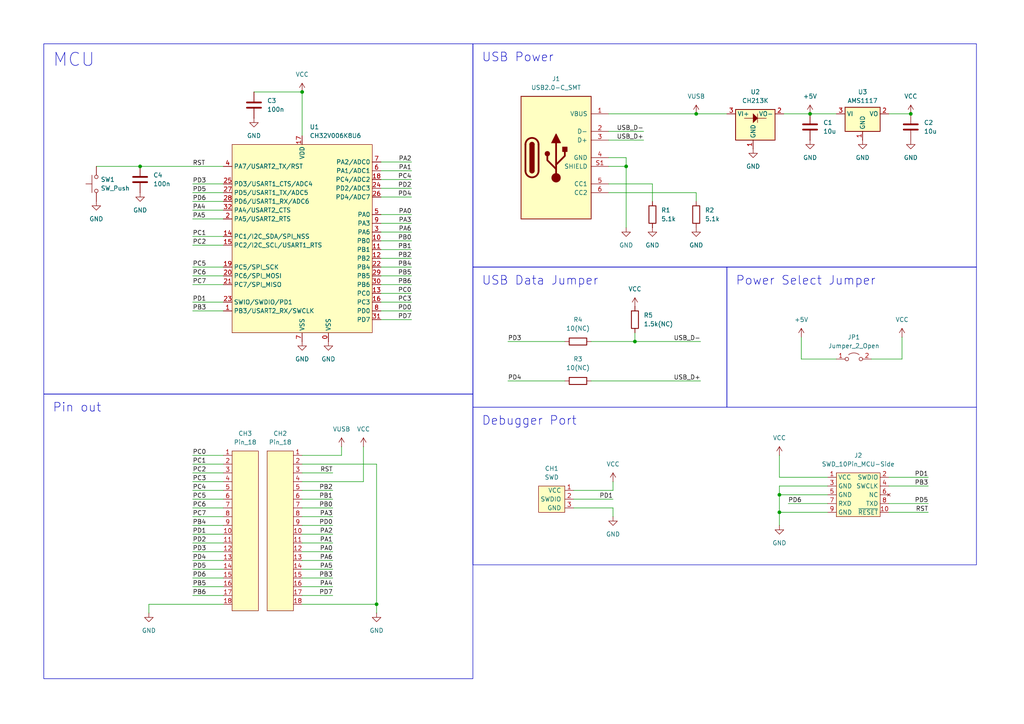
<source format=kicad_sch>
(kicad_sch (version 20231120) (generator "eeschema") (generator_version "8.0")
  (paper "A4")
  (title_block (title "ch32v006-full") (rev "1.0.0"))
  (lib_symbols
    (symbol "74th_Interface:Jumper_2" (pin_names (offset 0) hide)
      (property "Reference" "JP" (at 0 2.794 0))
      (property "Value" "Jumper_2_Open" (at 0 -2.286 0))
      (symbol "Jumper_2_0_0"
        (circle (center -2.032 0) (radius 0.508))
        (circle (center 2.032 0) (radius 0.508))
      )
      (symbol "Jumper_2_0_1"
        (arc (start 1.524 1.27) (mid 0 1.778) (end -1.524 1.27))
      )
      (symbol "Jumper_2_1_1"
        (pin passive line (at -5.08 0 0) (length 2.54) (name "A") (number "1"))
        (pin passive line (at 5.08 0 180) (length 2.54) (name "B") (number "2"))
      )
    )
    (symbol "74th_Interface:Pin_18"
      (property "Reference" "CH" (at 0 2.54 0))
      (property "Value" "Pin_18" (at 0 5.08 0))
      (symbol "Pin_18_0_1"
        (rectangle (start -3.81 1.27) (end 3.81 -45.085) (stroke (width 0.1524)) (fill (type background)))
      )
      (symbol "Pin_18_1_1"
        (pin bidirectional line (at 6.35 0 180) (length 2.54) (name "") (number "1"))
        (pin bidirectional line (at 6.35 -22.86 180) (length 2.54) (name "") (number "10"))
        (pin bidirectional line (at 6.35 -25.4 180) (length 2.54) (name "") (number "11"))
        (pin bidirectional line (at 6.35 -27.94 180) (length 2.54) (name "") (number "12"))
        (pin bidirectional line (at 6.35 -30.48 180) (length 2.54) (name "") (number "13"))
        (pin bidirectional line (at 6.35 -33.02 180) (length 2.54) (name "") (number "14"))
        (pin bidirectional line (at 6.35 -35.56 180) (length 2.54) (name "") (number "15"))
        (pin bidirectional line (at 6.35 -38.1 180) (length 2.54) (name "") (number "16"))
        (pin bidirectional line (at 6.35 -40.64 180) (length 2.54) (name "") (number "17"))
        (pin bidirectional line (at 6.35 -43.18 180) (length 2.54) (name "") (number "18"))
        (pin bidirectional line (at 6.35 -2.54 180) (length 2.54) (name "") (number "2"))
        (pin bidirectional line (at 6.35 -5.08 180) (length 2.54) (name "") (number "3"))
        (pin bidirectional line (at 6.35 -7.62 180) (length 2.54) (name "") (number "4"))
        (pin bidirectional line (at 6.35 -10.16 180) (length 2.54) (name "") (number "5"))
        (pin bidirectional line (at 6.35 -12.7 180) (length 2.54) (name "") (number "6"))
        (pin bidirectional line (at 6.35 -15.24 180) (length 2.54) (name "") (number "7"))
        (pin bidirectional line (at 6.35 -17.78 180) (length 2.54) (name "") (number "8"))
        (pin bidirectional line (at 6.35 -20.32 180) (length 2.54) (name "") (number "9"))
      )
    )
    (symbol "74th_Interface:SWD_10Pin_MCU-Side"
      (property "Reference" "J" (at 0 7.62 0))
      (property "Value" "SWD_10Pin_MCU-Side" (at 0 5.08 0))
      (symbol "SWD_10Pin_MCU-Side_0_1"
        (rectangle (start -6.35 3.81) (end 6.35 -8.89) (fill (type background)))
      )
      (symbol "SWD_10Pin_MCU-Side_1_1"
        (pin passive line (at -8.89 2.54 0) (length 2.54) (name "VCC") (number "1"))
        (pin bidirectional line (at 8.89 -7.62 180) (length 2.54) (name "~{RESET}") (number "10"))
        (pin bidirectional line (at 8.89 2.54 180) (length 2.54) (name "SWDIO") (number "2"))
        (pin passive line (at -8.89 0 0) (length 2.54) (name "GND") (number "3"))
        (pin input line (at 8.89 0 180) (length 2.54) (name "SWCLK") (number "4"))
        (pin passive line (at -8.89 -2.54 0) (length 2.54) (name "GND") (number "5"))
        (pin no_connect line (at 8.89 -2.54 180) (length 2.54) (name "NC") (number "6"))
        (pin input line (at -8.89 -5.08 0) (length 2.54) (name "RXD") (number "7"))
        (pin output line (at 8.89 -5.08 180) (length 2.54) (name "TXD") (number "8"))
        (pin passive line (at -8.89 -7.62 0) (length 2.54) (name "GND") (number "9"))
      )
    )
    (symbol "74th_Interface:SWD_WCH-1Wire_WITH-VCC" (pin_names (offset 1.016))
      (property "Reference" "CH" (at -3.81 5.08 0))
      (property "Value" "SWD" (at 3.81 5.08 0))
      (symbol "SWD_WCH-1Wire_WITH-VCC_0_1"
        (rectangle (start -3.81 3.81) (end 3.81 -3.81) (fill (type background)))
      )
      (symbol "SWD_WCH-1Wire_WITH-VCC_1_1"
        (pin power_in line (at 6.35 2.54 180) (length 2.54) (name "VCC") (number "1"))
        (pin bidirectional line (at 6.35 0 180) (length 2.54) (name "SWDIO") (number "2"))
        (pin power_in line (at 6.35 -2.54 180) (length 2.54) (name "GND") (number "3"))
      )
    )
    (symbol "74th_Interface:USB_TypeC-2.0_Receptacle_Simple" (pin_names (offset 1.016))
      (property "Reference" "J" (at -10.16 19.05 0))
      (property "Value" "USB2.0-C_SMT" (at 15.24 19.05 0))
      (symbol "USB_TypeC-2.0_Receptacle_Simple_0_1"
        (rectangle (start -10.16 17.78) (end 10.16 -17.78) (stroke (width 0.254)) (fill (type background)))
        (arc (start -8.89 -3.81) (mid -6.985 -5.7067) (end -5.08 -3.81) (stroke (width 0.508)))
        (arc (start -7.62 -3.81) (mid -6.985 -4.4423) (end -6.35 -3.81) (stroke (width 0.254)))
        (arc (start -7.62 -3.81) (mid -6.985 -4.4423) (end -6.35 -3.81) (stroke (width 0.254)) (fill (type outline)))
        (rectangle (start -7.62 -3.81) (end -6.35 3.81) (stroke (width 0.254)) (fill (type outline)))
        (arc (start -6.35 3.81) (mid -6.985 4.4423) (end -7.62 3.81) (stroke (width 0.254)))
        (arc (start -6.35 3.81) (mid -6.985 4.4423) (end -7.62 3.81) (stroke (width 0.254)) (fill (type outline)))
        (arc (start -5.08 3.81) (mid -6.985 5.7067) (end -8.89 3.81) (stroke (width 0.508)))
        (circle (center -2.54 1.143) (radius 0.635) (stroke (width 0.254)) (fill (type outline)))
        (circle (center 0 -5.842) (radius 1.27) (fill (type outline)))
        (polyline (pts (xy -8.89 -3.81) (xy -8.89 3.81)) (stroke (width 0.508)))
        (polyline (pts (xy -5.08 3.81) (xy -5.08 -3.81)) (stroke (width 0.508)))
        (polyline (pts (xy 0 -5.842) (xy 0 4.318)) (stroke (width 0.508)))
        (polyline (pts (xy 0 -3.302) (xy -2.54 -0.762) (xy -2.54 0.508)) (stroke (width 0.508)))
        (polyline (pts (xy 0 -2.032) (xy 2.54 0.508) (xy 2.54 1.778)) (stroke (width 0.508)))
        (polyline (pts (xy -1.27 4.318) (xy 0 6.858) (xy 1.27 4.318) (xy -1.27 4.318)) (stroke (width 0.254)) (fill (type outline)))
        (rectangle (start 1.905 1.778) (end 3.175 3.048) (stroke (width 0.254)) (fill (type outline)))
      )
      (symbol "USB_TypeC-2.0_Receptacle_Simple_1_1"
        (pin power_out line (at 15.24 12.7 180) (length 5.08) (name "VBUS") (number "1"))
        (pin bidirectional line (at 15.24 7.62 180) (length 5.08) (name "D-") (number "2"))
        (pin bidirectional line (at 15.24 5.08 180) (length 5.08) (name "D+") (number "3"))
        (pin power_out line (at 15.24 0 180) (length 5.08) (name "GND") (number "4"))
        (pin input line (at 15.24 -7.62 180) (length 5.08) (name "CC1") (number "5"))
        (pin input line (at 15.24 -10.16 180) (length 5.08) (name "CC2") (number "6"))
        (pin passive line (at 15.24 -2.54 180) (length 5.08) (name "SHIELD") (number "S1"))
      )
    )
    (symbol "74th_MCU:CH32V006K8U6"
      (property "Reference" "U" (at -11.43 25.4 0))
      (property "Value" "CH32V006K8U6" (at 12.7 25.4 0))
      (symbol "CH32V006K8U6_0_1"
        (rectangle (start -20.32 24.13) (end 20.32 -30.48) (stroke (width 0.1524)) (fill (type background)))
      )
      (symbol "CH32V006K8U6_1_1"
        (pin power_in line (at 7.62 -33.02 90) (length 2.54) (name "VSS") (number "0"))
        (pin bidirectional line (at -22.86 -24.13 0) (length 2.54) (name "PB3/USART2_RX/SWCLK") (number "1"))
        (pin bidirectional line (at 22.86 -3.81 180) (length 2.54) (name "PB0") (number "10"))
        (pin bidirectional line (at 22.86 -6.35 180) (length 2.54) (name "PB1") (number "11"))
        (pin bidirectional line (at 22.86 -8.89 180) (length 2.54) (name "PB2") (number "12"))
        (pin bidirectional line (at 22.86 -19.05 180) (length 2.54) (name "PC0") (number "13"))
        (pin bidirectional line (at -22.86 -2.54 0) (length 2.54) (name "PC1/I2C_SDA/SPI_NSS") (number "14"))
        (pin bidirectional line (at -22.86 -5.08 0) (length 2.54) (name "PC2/I2C_SCL/USART1_RTS") (number "15"))
        (pin bidirectional line (at 22.86 -21.59 180) (length 2.54) (name "PC3") (number "16"))
        (pin power_in line (at 0 26.67 270) (length 2.54) (name "VDD") (number "17"))
        (pin bidirectional line (at 22.86 13.97 180) (length 2.54) (name "PC4/ADC2") (number "18"))
        (pin bidirectional line (at -22.86 -11.43 0) (length 2.54) (name "PC5/SPI_SCK") (number "19"))
        (pin bidirectional line (at -22.86 2.54 0) (length 2.54) (name "PA5/USART2_RTS") (number "2"))
        (pin bidirectional line (at -22.86 -13.97 0) (length 2.54) (name "PC6/SPI_MOSI") (number "20"))
        (pin bidirectional line (at -22.86 -16.51 0) (length 2.54) (name "PC7/SPI_MISO") (number "21"))
        (pin bidirectional line (at 22.86 -11.43 180) (length 2.54) (name "PB4") (number "22"))
        (pin bidirectional line (at -22.86 -21.59 0) (length 2.54) (name "SWIO/SWDIO/PD1") (number "23"))
        (pin bidirectional line (at 22.86 11.43 180) (length 2.54) (name "PD2/ADC3") (number "24"))
        (pin bidirectional line (at -22.86 12.7 0) (length 2.54) (name "PD3/USART1_CTS/ADC4") (number "25"))
        (pin bidirectional line (at 22.86 8.89 180) (length 2.54) (name "PD4/ADC7") (number "26"))
        (pin bidirectional line (at -22.86 10.16 0) (length 2.54) (name "PD5/USART1_TX/ADC5") (number "27"))
        (pin bidirectional line (at -22.86 7.62 0) (length 2.54) (name "PD6/USART1_RX/ADC6") (number "28"))
        (pin bidirectional line (at 22.86 -13.97 180) (length 2.54) (name "PB5") (number "29"))
        (pin bidirectional line (at 22.86 -1.27 180) (length 2.54) (name "PA6") (number "3"))
        (pin bidirectional line (at 22.86 -16.51 180) (length 2.54) (name "PB6") (number "30"))
        (pin bidirectional line (at 22.86 -26.67 180) (length 2.54) (name "PD7") (number "31"))
        (pin bidirectional line (at -22.86 5.08 0) (length 2.54) (name "PA4/USART2_CTS") (number "32"))
        (pin bidirectional line (at -22.86 17.78 0) (length 2.54) (name "PA7/USART2_TX/RST") (number "4"))
        (pin bidirectional line (at 22.86 3.81 180) (length 2.54) (name "PA0") (number "5"))
        (pin bidirectional line (at 22.86 16.51 180) (length 2.54) (name "PA1/ADC1") (number "6"))
        (pin bidirectional line (at 22.86 19.05 180) (length 2.54) (name "PA2/ADC0") (number "7"))
        (pin power_in line (at 0 -33.02 90) (length 2.54) (name "VSS") (number "7"))
        (pin bidirectional line (at 22.86 -24.13 180) (length 2.54) (name "PD0") (number "8"))
        (pin bidirectional line (at 22.86 1.27 180) (length 2.54) (name "PA3") (number "9"))
      )
    )
    (symbol "74th_Passive:AMS1117-3.3_Regulator_SOT89"
      (property "Reference" "U" (at -3.81 3.175 0))
      (property "Value" "AMS1117" (at 0 3.175 0))
      (symbol "AMS1117-3.3_Regulator_SOT89_0_1"
        (rectangle (start -5.08 1.905) (end 5.08 -5.08) (stroke (width 0.254)) (fill (type background)))
      )
      (symbol "AMS1117-3.3_Regulator_SOT89_1_1"
        (pin power_in line (at 0 -7.62 90) (length 2.54) (name "GND") (number "1"))
        (pin power_out line (at 7.62 0 180) (length 2.54) (name "VO") (number "2"))
        (pin power_in line (at -7.62 0 0) (length 2.54) (name "VI") (number "3"))
      )
    )
    (symbol "74th_Passive:CH213K_Ideal-Diode-for-USB-Power"
      (property "Reference" "U" (at -3.81 6.35 0))
      (property "Value" "CH213K" (at 2.54 6.35 0))
      (symbol "CH213K_Ideal-Diode-for-USB-Power_0_1"
        (polyline (pts (xy -2.54 2.54) (xy 3.81 2.54)))
        (polyline (pts (xy 1.27 3.81) (xy 1.27 1.27)))
      )
      (symbol "CH213K_Ideal-Diode-for-USB-Power_1_1"
        (rectangle (start -5.08 5.08) (end 6.35 -3.81) (stroke (width 0.254)) (fill (type background)))
        (polyline (pts (xy 0 3.81) (xy 0 1.27) (xy 1.27 2.54) (xy 0 3.81)) (fill (type outline)))
        (pin power_in line (at 0 -6.35 90) (length 2.54) (name "GND") (number "1"))
        (pin power_out line (at 8.89 3.81 180) (length 2.54) (name "VO-") (number "2"))
        (pin power_in line (at -7.62 3.81 0) (length 2.54) (name "VI+") (number "3"))
      )
    )
    (symbol "74th_Power:VUSB" (power) (pin_numbers hide) (pin_names (offset 0) hide)
      (property "Value" "VUSB" (at 0 3.556 0))
      (symbol "VUSB_0_1"
        (polyline (pts (xy -0.762 1.27) (xy 0 2.54)))
        (polyline (pts (xy 0 0) (xy 0 2.54)))
        (polyline (pts (xy 0 2.54) (xy 0.762 1.27)))
      )
      (symbol "VUSB_1_1"
        (pin power_in line (at 0 0 90) (length 0) (name "~") (number "1"))
      )
    )
    (symbol "Device:C" (pin_numbers hide) (pin_names (offset 0.254))
      (property "Reference" "C" (at 0.635 2.54 0))
      (property "Value" "C" (at 0.635 -2.54 0))
      (symbol "C_0_1"
        (polyline (pts (xy -2.032 -0.762) (xy 2.032 -0.762)) (stroke (width 0.508)))
        (polyline (pts (xy -2.032 0.762) (xy 2.032 0.762)) (stroke (width 0.508)))
      )
      (symbol "C_1_1"
        (pin passive line (at 0 3.81 270) (length 2.794) (name "~") (number "1"))
        (pin passive line (at 0 -3.81 90) (length 2.794) (name "~") (number "2"))
      )
    )
    (symbol "Device:R" (pin_numbers hide) (pin_names (offset 0))
      (property "Reference" "R" (at 2.032 0 90))
      (property "Value" "R" (at 0 0 90))
      (symbol "R_0_1"
        (rectangle (start -1.016 -2.54) (end 1.016 2.54) (stroke (width 0.254)))
      )
      (symbol "R_1_1"
        (pin passive line (at 0 3.81 270) (length 1.27) (name "~") (number "1"))
        (pin passive line (at 0 -3.81 90) (length 1.27) (name "~") (number "2"))
      )
    )
    (symbol "Switch:SW_Push" (pin_numbers hide) (pin_names (offset 1.016) hide)
      (property "Reference" "SW" (at 1.27 2.54 0))
      (property "Value" "SW_Push" (at 0 -1.524 0))
      (symbol "SW_Push_0_1"
        (circle (center -2.032 0) (radius 0.508))
        (polyline (pts (xy 0 1.27) (xy 0 3.048)))
        (polyline (pts (xy 2.54 1.27) (xy -2.54 1.27)))
        (circle (center 2.032 0) (radius 0.508))
        (pin passive line (at -5.08 0 0) (length 2.54) (name "1") (number "1"))
        (pin passive line (at 5.08 0 180) (length 2.54) (name "2") (number "2"))
      )
    )
    (symbol "power:+5V" (power) (pin_numbers hide) (pin_names (offset 0) hide)
      (property "Value" "+5V" (at 0 3.556 0))
      (symbol "+5V_0_1"
        (polyline (pts (xy -0.762 1.27) (xy 0 2.54)))
        (polyline (pts (xy 0 0) (xy 0 2.54)))
        (polyline (pts (xy 0 2.54) (xy 0.762 1.27)))
      )
      (symbol "+5V_1_1"
        (pin power_in line (at 0 0 90) (length 0) (name "~") (number "1"))
      )
    )
    (symbol "power:GND" (power) (pin_numbers hide) (pin_names (offset 0) hide)
      (property "Value" "GND" (at 0 -3.81 0))
      (symbol "GND_0_1"
        (polyline (pts (xy 0 0) (xy 0 -1.27) (xy 1.27 -1.27) (xy 0 -2.54) (xy -1.27 -1.27) (xy 0 -1.27)))
      )
      (symbol "GND_1_1"
        (pin power_in line (at 0 0 270) (length 0) (name "~") (number "1"))
      )
    )
    (symbol "power:VCC" (power) (pin_numbers hide) (pin_names (offset 0) hide)
      (property "Value" "VCC" (at 0 3.556 0))
      (symbol "VCC_0_1"
        (polyline (pts (xy -0.762 1.27) (xy 0 2.54)))
        (polyline (pts (xy 0 0) (xy 0 2.54)))
        (polyline (pts (xy 0 2.54) (xy 0.762 1.27)))
      )
      (symbol "VCC_1_1"
        (pin power_in line (at 0 0 90) (length 0) (name "~") (number "1"))
      )
    )
  )
  (junction (at 226.06 143.51))
  (junction (at 234.95 33.02))
  (junction (at 184.15 99.06))
  (junction (at 264.16 33.02))
  (junction (at 109.22 175.26))
  (junction (at 40.64 48.26))
  (junction (at 181.61 48.26))
  (junction (at 87.63 26.67))
  (junction (at 226.06 148.59))
  (junction (at 201.93 33.02))
  (wire (pts (xy 201.93 33.02) (xy 210.82 33.02)))
  (wire (pts (xy 87.63 162.56) (xy 96.52 162.56)))
  (wire (pts (xy 110.49 87.63) (xy 119.38 87.63)))
  (wire (pts (xy 110.49 46.99) (xy 119.38 46.99)))
  (wire (pts (xy 257.81 140.97) (xy 269.24 140.97)))
  (wire (pts (xy 55.88 63.5) (xy 64.77 63.5)))
  (wire (pts (xy 240.03 138.43) (xy 226.06 138.43)))
  (wire (pts (xy 55.88 53.34) (xy 64.77 53.34)))
  (wire (pts (xy 257.81 138.43) (xy 269.24 138.43)))
  (wire (pts (xy 87.63 144.78) (xy 96.52 144.78)))
  (wire (pts (xy 226.06 148.59) (xy 240.03 148.59)))
  (wire (pts (xy 55.88 77.47) (xy 64.77 77.47)))
  (wire (pts (xy 110.49 77.47) (xy 119.38 77.47)))
  (wire (pts (xy 55.88 90.17) (xy 64.77 90.17)))
  (wire (pts (xy 226.06 143.51) (xy 240.03 143.51)))
  (wire (pts (xy 171.45 110.49) (xy 203.2 110.49)))
  (wire (pts (xy 109.22 177.8) (xy 109.22 175.26)))
  (wire (pts (xy 55.88 139.7) (xy 64.77 139.7)))
  (wire (pts (xy 73.66 26.67) (xy 87.63 26.67)))
  (wire (pts (xy 226.06 138.43) (xy 226.06 132.08)))
  (wire (pts (xy 55.88 80.01) (xy 64.77 80.01)))
  (wire (pts (xy 177.8 149.86) (xy 177.8 147.32)))
  (wire (pts (xy 87.63 147.32) (xy 96.52 147.32)))
  (wire (pts (xy 55.88 167.64) (xy 64.77 167.64)))
  (wire (pts (xy 184.15 96.52) (xy 184.15 99.06)))
  (wire (pts (xy 166.37 144.78) (xy 177.8 144.78)))
  (wire (pts (xy 87.63 157.48) (xy 96.52 157.48)))
  (wire (pts (xy 55.88 71.12) (xy 64.77 71.12)))
  (wire (pts (xy 55.88 68.58) (xy 64.77 68.58)))
  (wire (pts (xy 99.06 129.54) (xy 99.06 132.08)))
  (wire (pts (xy 242.57 104.14) (xy 232.41 104.14)))
  (wire (pts (xy 257.81 146.05) (xy 269.24 146.05)))
  (wire (pts (xy 227.33 33.02) (xy 234.95 33.02)))
  (wire (pts (xy 55.88 60.96) (xy 64.77 60.96)))
  (wire (pts (xy 55.88 87.63) (xy 64.77 87.63)))
  (wire (pts (xy 110.49 69.85) (xy 119.38 69.85)))
  (wire (pts (xy 176.53 48.26) (xy 181.61 48.26)))
  (wire (pts (xy 110.49 80.01) (xy 119.38 80.01)))
  (wire (pts (xy 55.88 160.02) (xy 64.77 160.02)))
  (wire (pts (xy 110.49 82.55) (xy 119.38 82.55)))
  (wire (pts (xy 87.63 132.08) (xy 99.06 132.08)))
  (wire (pts (xy 176.53 33.02) (xy 201.93 33.02)))
  (wire (pts (xy 55.88 142.24) (xy 64.77 142.24)))
  (wire (pts (xy 55.88 144.78) (xy 64.77 144.78)))
  (wire (pts (xy 87.63 152.4) (xy 96.52 152.4)))
  (wire (pts (xy 110.49 49.53) (xy 119.38 49.53)))
  (wire (pts (xy 55.88 132.08) (xy 64.77 132.08)))
  (wire (pts (xy 110.49 85.09) (xy 119.38 85.09)))
  (wire (pts (xy 87.63 142.24) (xy 96.52 142.24)))
  (wire (pts (xy 257.81 33.02) (xy 264.16 33.02)))
  (wire (pts (xy 226.06 143.51) (xy 226.06 148.59)))
  (wire (pts (xy 55.88 172.72) (xy 64.77 172.72)))
  (wire (pts (xy 87.63 134.62) (xy 109.22 134.62)))
  (wire (pts (xy 87.63 149.86) (xy 96.52 149.86)))
  (wire (pts (xy 55.88 147.32) (xy 64.77 147.32)))
  (wire (pts (xy 184.15 99.06) (xy 203.2 99.06)))
  (wire (pts (xy 87.63 154.94) (xy 96.52 154.94)))
  (wire (pts (xy 176.53 38.1) (xy 186.69 38.1)))
  (wire (pts (xy 55.88 154.94) (xy 64.77 154.94)))
  (wire (pts (xy 40.64 48.26) (xy 64.77 48.26)))
  (wire (pts (xy 55.88 55.88) (xy 64.77 55.88)))
  (wire (pts (xy 110.49 62.23) (xy 119.38 62.23)))
  (wire (pts (xy 226.06 140.97) (xy 226.06 143.51)))
  (wire (pts (xy 87.63 172.72) (xy 96.52 172.72)))
  (wire (pts (xy 43.18 175.26) (xy 43.18 177.8)))
  (wire (pts (xy 55.88 162.56) (xy 64.77 162.56)))
  (wire (pts (xy 110.49 74.93) (xy 119.38 74.93)))
  (wire (pts (xy 181.61 48.26) (xy 181.61 66.04)))
  (wire (pts (xy 181.61 45.72) (xy 176.53 45.72)))
  (wire (pts (xy 147.32 99.06) (xy 163.83 99.06)))
  (wire (pts (xy 147.32 110.49) (xy 163.83 110.49)))
  (wire (pts (xy 55.88 165.1) (xy 64.77 165.1)))
  (wire (pts (xy 166.37 142.24) (xy 177.8 142.24)))
  (wire (pts (xy 87.63 167.64) (xy 96.52 167.64)))
  (wire (pts (xy 110.49 72.39) (xy 119.38 72.39)))
  (wire (pts (xy 105.41 129.54) (xy 105.41 139.7)))
  (wire (pts (xy 181.61 45.72) (xy 181.61 48.26)))
  (wire (pts (xy 189.23 53.34) (xy 189.23 58.42)))
  (wire (pts (xy 27.94 48.26) (xy 40.64 48.26)))
  (wire (pts (xy 55.88 82.55) (xy 64.77 82.55)))
  (wire (pts (xy 55.88 170.18) (xy 64.77 170.18)))
  (wire (pts (xy 201.93 55.88) (xy 201.93 58.42)))
  (wire (pts (xy 257.81 148.59) (xy 269.24 148.59)))
  (wire (pts (xy 87.63 165.1) (xy 96.52 165.1)))
  (wire (pts (xy 55.88 152.4) (xy 64.77 152.4)))
  (wire (pts (xy 110.49 90.17) (xy 119.38 90.17)))
  (wire (pts (xy 261.62 97.79) (xy 261.62 104.14)))
  (wire (pts (xy 87.63 160.02) (xy 96.52 160.02)))
  (wire (pts (xy 110.49 54.61) (xy 119.38 54.61)))
  (wire (pts (xy 261.62 104.14) (xy 252.73 104.14)))
  (wire (pts (xy 87.63 137.16) (xy 96.52 137.16)))
  (wire (pts (xy 55.88 58.42) (xy 64.77 58.42)))
  (wire (pts (xy 176.53 55.88) (xy 201.93 55.88)))
  (wire (pts (xy 109.22 175.26) (xy 109.22 134.62)))
  (wire (pts (xy 110.49 52.07) (xy 119.38 52.07)))
  (wire (pts (xy 234.95 33.02) (xy 242.57 33.02)))
  (wire (pts (xy 55.88 134.62) (xy 64.77 134.62)))
  (wire (pts (xy 176.53 53.34) (xy 189.23 53.34)))
  (wire (pts (xy 226.06 148.59) (xy 226.06 152.4)))
  (wire (pts (xy 87.63 139.7) (xy 105.41 139.7)))
  (wire (pts (xy 43.18 175.26) (xy 64.77 175.26)))
  (wire (pts (xy 110.49 67.31) (xy 119.38 67.31)))
  (wire (pts (xy 87.63 175.26) (xy 109.22 175.26)))
  (wire (pts (xy 228.6 146.05) (xy 240.03 146.05)))
  (wire (pts (xy 110.49 92.71) (xy 119.38 92.71)))
  (wire (pts (xy 177.8 147.32) (xy 166.37 147.32)))
  (wire (pts (xy 110.49 64.77) (xy 119.38 64.77)))
  (wire (pts (xy 87.63 170.18) (xy 96.52 170.18)))
  (wire (pts (xy 232.41 104.14) (xy 232.41 97.79)))
  (wire (pts (xy 176.53 40.64) (xy 186.69 40.64)))
  (wire (pts (xy 110.49 57.15) (xy 119.38 57.15)))
  (wire (pts (xy 184.15 99.06) (xy 171.45 99.06)))
  (wire (pts (xy 87.63 26.67) (xy 87.63 39.37)))
  (wire (pts (xy 240.03 140.97) (xy 226.06 140.97)))
  (wire (pts (xy 177.8 142.24) (xy 177.8 139.7)))
  (wire (pts (xy 55.88 149.86) (xy 64.77 149.86)))
  (wire (pts (xy 55.88 157.48) (xy 64.77 157.48)))
  (wire (pts (xy 55.88 137.16) (xy 64.77 137.16)))
  (rectangle (start 137.16 12.7) (end 283.21 77.47))
  (rectangle (start 137.16 118.11) (end 283.21 163.83))
  (rectangle (start 210.82 77.47) (end 283.21 118.11))
  (rectangle (start 137.16 77.47) (end 210.82 118.11))
  (rectangle (start 12.7 12.7) (end 137.16 114.3))
  (rectangle (start 12.7 114.3) (end 137.16 196.85))
  (text "USB Data Jumper" (at 139.7 80.01 0) (effects (font (size 2.54 2.54)) (justify left top)))
  (text "Power Select Jumper" (at 213.36 80.01 0) (effects (font (size 2.54 2.54)) (justify left top)))
  (text "Debugger Port" (at 139.7 120.65 0) (effects (font (size 2.54 2.54)) (justify left top)))
  (text "MCU" (at 15.24 15.24 0) (effects (font (size 3.81 3.81)) (justify left top)))
  (text "USB Power" (at 139.7 15.24 0) (effects (font (size 2.54 2.54)) (justify left top)))
  (text "Pin out" (at 15.24 116.84 0) (effects (font (size 2.54 2.54)) (justify left top)))
  (label "PA1" (at 119.38 49.53 180))
  (label "PC2" (at 55.88 71.12 0))
  (label "PA5" (at 55.88 63.5 0))
  (label "PB3" (at 55.88 90.17 0))
  (label "PD5" (at 55.88 165.1 0))
  (label "PA4" (at 96.52 170.18 180))
  (label "USB_D-" (at 186.69 38.1 180))
  (label "PD5" (at 55.88 55.88 0))
  (label "PD1" (at 177.8 144.78 180))
  (label "PB6" (at 119.38 82.55 180))
  (label "PC1" (at 55.88 134.62 0))
  (label "RST" (at 55.88 48.26 0))
  (label "PD4" (at 119.38 57.15 180))
  (label "PD0" (at 119.38 90.17 180))
  (label "PC5" (at 55.88 77.47 0))
  (label "PB3" (at 96.52 167.64 180))
  (label "PA0" (at 96.52 160.02 180))
  (label "PB2" (at 96.52 142.24 180))
  (label "PB1" (at 119.38 72.39 180))
  (label "PC0" (at 119.38 85.09 180))
  (label "PD3" (at 55.88 160.02 0))
  (label "PD7" (at 119.38 92.71 180))
  (label "PB4" (at 119.38 77.47 180))
  (label "PD2" (at 119.38 54.61 180))
  (label "PB4" (at 55.88 152.4 0))
  (label "PD6" (at 55.88 167.64 0))
  (label "PD4" (at 55.88 162.56 0))
  (label "PB0" (at 119.38 69.85 180))
  (label "PC1" (at 55.88 68.58 0))
  (label "PA5" (at 96.52 165.1 180))
  (label "PC2" (at 55.88 137.16 0))
  (label "PC5" (at 55.88 144.78 0))
  (label "PC3" (at 55.88 139.7 0))
  (label "PD1" (at 269.24 138.43 180))
  (label "PB5" (at 119.38 80.01 180))
  (label "PA4" (at 55.88 60.96 0))
  (label "PB2" (at 119.38 74.93 180))
  (label "PC3" (at 119.38 87.63 180))
  (label "PC7" (at 55.88 149.86 0))
  (label "PD4" (at 147.32 110.49 0))
  (label "USB_D-" (at 203.2 99.06 180))
  (label "PD3" (at 55.88 53.34 0))
  (label "PA1" (at 96.52 157.48 180))
  (label "PD7" (at 96.52 172.72 180))
  (label "PA0" (at 119.38 62.23 180))
  (label "PA6" (at 119.38 67.31 180))
  (label "PC6" (at 55.88 80.01 0))
  (label "PB6" (at 55.88 172.72 0))
  (label "RST" (at 269.24 148.59 180))
  (label "PD3" (at 147.32 99.06 0))
  (label "PC7" (at 55.88 82.55 0))
  (label "PB0" (at 96.52 147.32 180))
  (label "PD0" (at 96.52 152.4 180))
  (label "RST" (at 96.52 137.16 180))
  (label "PD6" (at 228.6 146.05 0))
  (label "PD2" (at 55.88 157.48 0))
  (label "PA3" (at 96.52 149.86 180))
  (label "PA6" (at 96.52 162.56 180))
  (label "PC6" (at 55.88 147.32 0))
  (label "PC4" (at 55.88 142.24 0))
  (label "PB1" (at 96.52 144.78 180))
  (label "PB3" (at 269.24 140.97 180))
  (label "PD1" (at 55.88 154.94 0))
  (label "PA2" (at 119.38 46.99 180))
  (label "PA3" (at 119.38 64.77 180))
  (label "USB_D+" (at 203.2 110.49 180))
  (label "PC4" (at 119.38 52.07 180))
  (label "PD6" (at 55.88 58.42 0))
  (label "PC0" (at 55.88 132.08 0))
  (label "PD5" (at 269.24 146.05 180))
  (label "PA2" (at 96.52 154.94 180))
  (label "USB_D+" (at 186.69 40.64 180))
  (label "PB5" (at 55.88 170.18 0))
  (label "PD1" (at 55.88 87.63 0))
  (symbol (lib_id "74th_Interface:Pin_18") (at 71.12 132.08 0) (mirror y) (unit 1)
    (property "Reference" "CH3" (at 71.12 125.73 0))
    (property "Value" "Pin_18" (at 71.12 128.27 0))
    (property "Footprint" "74th:PinOut_Pin_18" (effects (hide yes)))
  )
  (symbol (lib_id "Device:R") (at 184.15 92.71 180) (unit 1)
    (property "Reference" "R5" (at 186.69 91.4399 0) (effects (justify right)))
    (property "Value" "1.5k(NC)" (at 186.69 93.9799 0) (effects (justify right)))
    (property "Footprint" "74th:Register_0603_1608" (effects (hide yes)))
    (property "Description" "Resistor" (effects (hide yes)))
  )
  (symbol (lib_id "power:GND") (at 201.93 66.04 0) (unit 1)
    (property "Reference" "#PWR08" (effects (hide yes)))
    (property "Value" "GND" (at 201.93 71.12 0))
    (property "Description" "Power symbol creates a global label with name \"GND\" , ground" (effects (hide yes)))
  )
  (symbol (lib_id "power:GND") (at 226.06 152.4 0) (unit 1)
    (property "Reference" "#PWR024" (effects (hide yes)))
    (property "Value" "GND" (at 226.06 157.48 0))
    (property "Description" "Power symbol creates a global label with name \"GND\" , ground" (effects (hide yes)))
  )
  (symbol (lib_id "Device:C") (at 73.66 30.48 0) (unit 1)
    (property "Reference" "C3" (at 77.47 29.2099 0) (effects (justify left)))
    (property "Value" "100n" (at 77.47 31.7499 0) (effects (justify left)))
    (property "Footprint" "74th:Capacitor_0603_1608" (effects (hide yes)))
    (property "Description" "Unpolarized capacitor" (effects (hide yes)))
  )
  (symbol (lib_id "74th_Interface:USB_TypeC-2.0_Receptacle_Simple") (at 161.29 45.72 0) (unit 1)
    (property "Reference" "J1" (at 161.29 22.86 0))
    (property "Value" "USB2.0-C_SMT" (at 161.29 25.4 0))
    (property "Footprint" "74th:Connector_USB-C-Receptacle_SMT_12-Pin_Simple" (effects (hide yes)))
    (property "Datasheet" "https://www.usb.org/sites/default/files/documents/usb_type-c.zip" (effects (hide yes)))
    (property "Description" "USB 2.0-only Type-C Plug connector" (effects (hide yes)))
  )
  (symbol (lib_id "power:GND") (at 43.18 177.8 0) (unit 1)
    (property "Reference" "#PWR023" (effects (hide yes)))
    (property "Value" "GND" (at 43.18 182.88 0))
    (property "Description" "Power symbol creates a global label with name \"GND\" , ground" (effects (hide yes)))
  )
  (symbol (lib_id "Device:R") (at 201.93 62.23 0) (unit 1)
    (property "Reference" "R2" (at 204.47 60.9599 0) (effects (justify left)))
    (property "Value" "5.1k" (at 204.47 63.4999 0) (effects (justify left)))
    (property "Footprint" "74th:Register_0603_1608" (effects (hide yes)))
    (property "Description" "Resistor" (effects (hide yes)))
  )
  (symbol (lib_id "power:VCC") (at 177.8 139.7 0) (unit 1)
    (property "Reference" "#PWR018" (effects (hide yes)))
    (property "Value" "VCC" (at 177.8 134.62 0))
    (property "Description" "Power symbol creates a global label with name \"VCC\"" (effects (hide yes)))
  )
  (symbol (lib_id "power:GND") (at 40.64 55.88 0) (unit 1)
    (property "Reference" "#PWR027" (effects (hide yes)))
    (property "Value" "GND" (at 40.64 60.96 0))
    (property "Description" "Power symbol creates a global label with name \"GND\" , ground" (effects (hide yes)))
  )
  (symbol (lib_id "power:+5V") (at 234.95 33.02 0) (unit 1)
    (property "Reference" "#PWR03" (effects (hide yes)))
    (property "Value" "+5V" (at 234.95 27.94 0))
    (property "Description" "Power symbol creates a global label with name \"+5V\"" (effects (hide yes)))
  )
  (symbol (lib_id "power:GND") (at 95.25 99.06 0) (unit 1)
    (property "Reference" "#PWR013" (effects (hide yes)))
    (property "Value" "GND" (at 95.25 104.14 0))
    (property "Description" "Power symbol creates a global label with name \"GND\" , ground" (effects (hide yes)))
  )
  (symbol (lib_id "74th_Interface:SWD_10Pin_MCU-Side") (at 248.92 140.97 0) (unit 1)
    (property "Reference" "J2" (at 248.92 132.08 0))
    (property "Value" "SWD_10Pin_MCU-Side" (at 248.92 134.62 0))
    (property "Footprint" "74th:Connector_HalfPinHeader_SWD" (effects (hide yes)))
  )
  (symbol (lib_id "power:VCC") (at 261.62 97.79 0) (unit 1)
    (property "Reference" "#PWR017" (effects (hide yes)))
    (property "Value" "VCC" (at 261.62 92.71 0))
    (property "Description" "Power symbol creates a global label with name \"VCC\"" (effects (hide yes)))
  )
  (symbol (lib_id "power:VCC") (at 87.63 26.67 0) (unit 1)
    (property "Reference" "#PWR011" (effects (hide yes)))
    (property "Value" "VCC" (at 87.63 21.59 0))
    (property "Description" "Power symbol creates a global label with name \"VCC\"" (effects (hide yes)))
  )
  (symbol (lib_id "Device:R") (at 167.64 110.49 90) (unit 1)
    (property "Reference" "R3" (at 167.64 104.14 90))
    (property "Value" "10(NC)" (at 167.64 106.68 90))
    (property "Footprint" "74th:Register_0603_1608" (effects (hide yes)))
    (property "Description" "Resistor" (effects (hide yes)))
  )
  (symbol (lib_id "74th_Interface:SWD_WCH-1Wire_WITH-VCC") (at 160.02 144.78 0) (unit 1)
    (property "Reference" "CH1" (at 160.02 135.89 0))
    (property "Value" "SWD" (at 160.02 138.43 0))
    (property "Footprint" "74th:PinOut_Pin_3_3GND" (effects (hide yes)))
  )
  (symbol (lib_id "power:VCC") (at 105.41 129.54 0) (unit 1)
    (property "Reference" "#PWR022" (effects (hide yes)))
    (property "Value" "VCC" (at 105.41 124.46 0))
    (property "Description" "Power symbol creates a global label with name \"VCC\"" (effects (hide yes)))
  )
  (symbol (lib_id "Device:C") (at 234.95 36.83 0) (unit 1)
    (property "Reference" "C1" (at 238.76 35.5599 0) (effects (justify left)))
    (property "Value" "10u" (at 238.76 38.0999 0) (effects (justify left)))
    (property "Footprint" "74th:Capacitor_0603_1608" (effects (hide yes)))
    (property "Description" "Unpolarized capacitor" (effects (hide yes)))
  )
  (symbol (lib_id "Device:C") (at 40.64 52.07 0) (unit 1)
    (property "Reference" "C4" (at 44.45 50.7999 0) (effects (justify left)))
    (property "Value" "100n" (at 44.45 53.3399 0) (effects (justify left)))
    (property "Footprint" "74th:Capacitor_0603_1608" (effects (hide yes)))
    (property "Description" "Unpolarized capacitor" (effects (hide yes)))
  )
  (symbol (lib_id "power:GND") (at 264.16 40.64 0) (unit 1)
    (property "Reference" "#PWR06" (effects (hide yes)))
    (property "Value" "GND" (at 264.16 45.72 0))
    (property "Description" "Power symbol creates a global label with name \"GND\" , ground" (effects (hide yes)))
  )
  (symbol (lib_id "Switch:SW_Push") (at 27.94 53.34 90) (unit 1)
    (property "Reference" "SW1" (at 29.21 52.0699 90) (effects (justify right)))
    (property "Value" "SW_Push" (at 29.21 54.6099 90) (effects (justify right)))
    (property "Footprint" "74th:Switch_SKRPABE010" (effects (hide yes)))
    (property "Description" "Push button switch, generic, two pins" (effects (hide yes)))
    (property "Function" "RESET" (effects (hide yes)))
  )
  (symbol (lib_id "Device:C") (at 264.16 36.83 0) (unit 1)
    (property "Reference" "C2" (at 267.97 35.5599 0) (effects (justify left)))
    (property "Value" "10u" (at 267.97 38.0999 0) (effects (justify left)))
    (property "Footprint" "74th:Capacitor_0603_1608" (effects (hide yes)))
    (property "Description" "Unpolarized capacitor" (effects (hide yes)))
  )
  (symbol (lib_id "power:GND") (at 218.44 43.18 0) (unit 1)
    (property "Reference" "#PWR07" (effects (hide yes)))
    (property "Value" "GND" (at 218.44 48.26 0))
    (property "Description" "Power symbol creates a global label with name \"GND\" , ground" (effects (hide yes)))
  )
  (symbol (lib_id "74th_Passive:AMS1117-3.3_Regulator_SOT89") (at 250.19 33.02 0) (unit 1)
    (property "Reference" "U3" (at 250.19 26.67 0))
    (property "Value" "AMS1117" (at 250.19 29.21 0))
    (property "Footprint" "74th:Package_SOT-89-3" (effects (hide yes)))
    (property "Description" "1A Low Dropout regulator, positive, adjustable output, SOT-223" (effects (hide yes)))
  )
  (symbol (lib_id "Device:R") (at 189.23 62.23 0) (unit 1)
    (property "Reference" "R1" (at 191.77 60.9599 0) (effects (justify left)))
    (property "Value" "5.1k" (at 191.77 63.4999 0) (effects (justify left)))
    (property "Footprint" "74th:Register_0603_1608" (effects (hide yes)))
    (property "Description" "Resistor" (effects (hide yes)))
  )
  (symbol (lib_id "power:VCC") (at 226.06 132.08 0) (unit 1)
    (property "Reference" "#PWR025" (effects (hide yes)))
    (property "Value" "VCC" (at 226.06 127 0))
    (property "Description" "Power symbol creates a global label with name \"VCC\"" (effects (hide yes)))
  )
  (symbol (lib_id "Device:R") (at 167.64 99.06 90) (unit 1)
    (property "Reference" "R4" (at 167.64 92.71 90))
    (property "Value" "10(NC)" (at 167.64 95.25 90))
    (property "Footprint" "74th:Register_0603_1608" (effects (hide yes)))
    (property "Description" "Resistor" (effects (hide yes)))
  )
  (symbol (lib_id "power:GND") (at 181.61 66.04 0) (unit 1)
    (property "Reference" "#PWR010" (effects (hide yes)))
    (property "Value" "GND" (at 181.61 71.12 0))
    (property "Description" "Power symbol creates a global label with name \"GND\" , ground" (effects (hide yes)))
  )
  (symbol (lib_id "power:GND") (at 250.19 40.64 0) (unit 1)
    (property "Reference" "#PWR05" (effects (hide yes)))
    (property "Value" "GND" (at 250.19 45.72 0))
    (property "Description" "Power symbol creates a global label with name \"GND\" , ground" (effects (hide yes)))
  )
  (symbol (lib_id "74th_Power:VUSB") (at 201.93 33.02 0) (unit 1)
    (property "Reference" "#PWR02" (effects (hide yes)))
    (property "Value" "VUSB" (at 201.93 27.94 0))
    (property "Description" "Power symbol creates a global label with name \"VCC\"" (effects (hide yes)))
  )
  (symbol (lib_id "power:GND") (at 177.8 149.86 0) (unit 1)
    (property "Reference" "#PWR019" (effects (hide yes)))
    (property "Value" "GND" (at 177.8 154.94 0))
    (property "Description" "Power symbol creates a global label with name \"GND\" , ground" (effects (hide yes)))
  )
  (symbol (lib_id "74th_Interface:Pin_18") (at 81.28 132.08 0) (unit 1)
    (property "Reference" "CH2" (at 81.28 125.73 0))
    (property "Value" "Pin_18" (at 81.28 128.27 0))
    (property "Footprint" "74th:PinOut_Pin_18" (effects (hide yes)))
  )
  (symbol (lib_id "power:GND") (at 189.23 66.04 0) (unit 1)
    (property "Reference" "#PWR09" (effects (hide yes)))
    (property "Value" "GND" (at 189.23 71.12 0))
    (property "Description" "Power symbol creates a global label with name \"GND\" , ground" (effects (hide yes)))
  )
  (symbol (lib_id "74th_Power:VUSB") (at 99.06 129.54 0) (unit 1)
    (property "Reference" "#PWR020" (effects (hide yes)))
    (property "Value" "VUSB" (at 99.06 124.46 0))
    (property "Description" "Power symbol creates a global label with name \"VCC\"" (effects (hide yes)))
  )
  (symbol (lib_id "power:GND") (at 109.22 177.8 0) (unit 1)
    (property "Reference" "#PWR021" (effects (hide yes)))
    (property "Value" "GND" (at 109.22 182.88 0))
    (property "Description" "Power symbol creates a global label with name \"GND\" , ground" (effects (hide yes)))
  )
  (symbol (lib_id "74th_Interface:Jumper_2") (at 247.65 104.14 0) (unit 1)
    (property "Reference" "JP1" (at 247.65 97.79 0))
    (property "Value" "Jumper_2_Open" (at 247.65 100.33 0))
    (property "Footprint" "74th:SolderJumper-2" (effects (hide yes)))
    (property "Description" "Jumper, 2-pole, open" (effects (hide yes)))
  )
  (symbol (lib_id "power:+5V") (at 232.41 97.79 0) (unit 1)
    (property "Reference" "#PWR016" (effects (hide yes)))
    (property "Value" "+5V" (at 232.41 92.71 0))
    (property "Description" "Power symbol creates a global label with name \"+5V\"" (effects (hide yes)))
  )
  (symbol (lib_id "power:VCC") (at 264.16 33.02 0) (unit 1)
    (property "Reference" "#PWR01" (effects (hide yes)))
    (property "Value" "VCC" (at 264.16 27.94 0))
    (property "Description" "Power symbol creates a global label with name \"VCC\"" (effects (hide yes)))
  )
  (symbol (lib_id "power:GND") (at 27.94 58.42 0) (unit 1)
    (property "Reference" "#PWR026" (effects (hide yes)))
    (property "Value" "GND" (at 27.94 63.5 0))
    (property "Description" "Power symbol creates a global label with name \"GND\" , ground" (effects (hide yes)))
  )
  (symbol (lib_id "power:GND") (at 87.63 99.06 0) (unit 1)
    (property "Reference" "#PWR014" (effects (hide yes)))
    (property "Value" "GND" (at 87.63 104.14 0))
    (property "Description" "Power symbol creates a global label with name \"GND\" , ground" (effects (hide yes)))
  )
  (symbol (lib_id "power:VCC") (at 184.15 88.9 0) (unit 1)
    (property "Reference" "#PWR015" (effects (hide yes)))
    (property "Value" "VCC" (at 184.15 83.82 0))
    (property "Description" "Power symbol creates a global label with name \"VCC\"" (effects (hide yes)))
  )
  (symbol (lib_id "74th_MCU:CH32V006K8U6") (at 87.63 66.04 0) (unit 1)
    (property "Reference" "U1" (at 89.8241 36.83 0) (effects (justify left)))
    (property "Value" "CH32V006K8U6" (at 89.8241 39.37 0) (effects (justify left)))
    (property "Footprint" "74th:Package_QFN-32-1EP_4x4mm_P0.4mm_EP2.7x2.7mm_hand" (effects (hide yes)))
  )
  (symbol (lib_id "power:GND") (at 234.95 40.64 0) (unit 1)
    (property "Reference" "#PWR04" (effects (hide yes)))
    (property "Value" "GND" (at 234.95 45.72 0))
    (property "Description" "Power symbol creates a global label with name \"GND\" , ground" (effects (hide yes)))
  )
  (symbol (lib_id "power:GND") (at 73.66 34.29 0) (unit 1)
    (property "Reference" "#PWR012" (effects (hide yes)))
    (property "Value" "GND" (at 73.66 39.37 0))
    (property "Description" "Power symbol creates a global label with name \"GND\" , ground" (effects (hide yes)))
  )
  (symbol (lib_id "74th_Passive:CH213K_Ideal-Diode-for-USB-Power") (at 218.44 36.83 0) (unit 1)
    (property "Reference" "U2" (at 219.075 26.67 0))
    (property "Value" "CH213K" (at 219.075 29.21 0))
    (property "Footprint" "74th:Package_SOT-23" (effects (hide yes)))
  )
)
</source>
